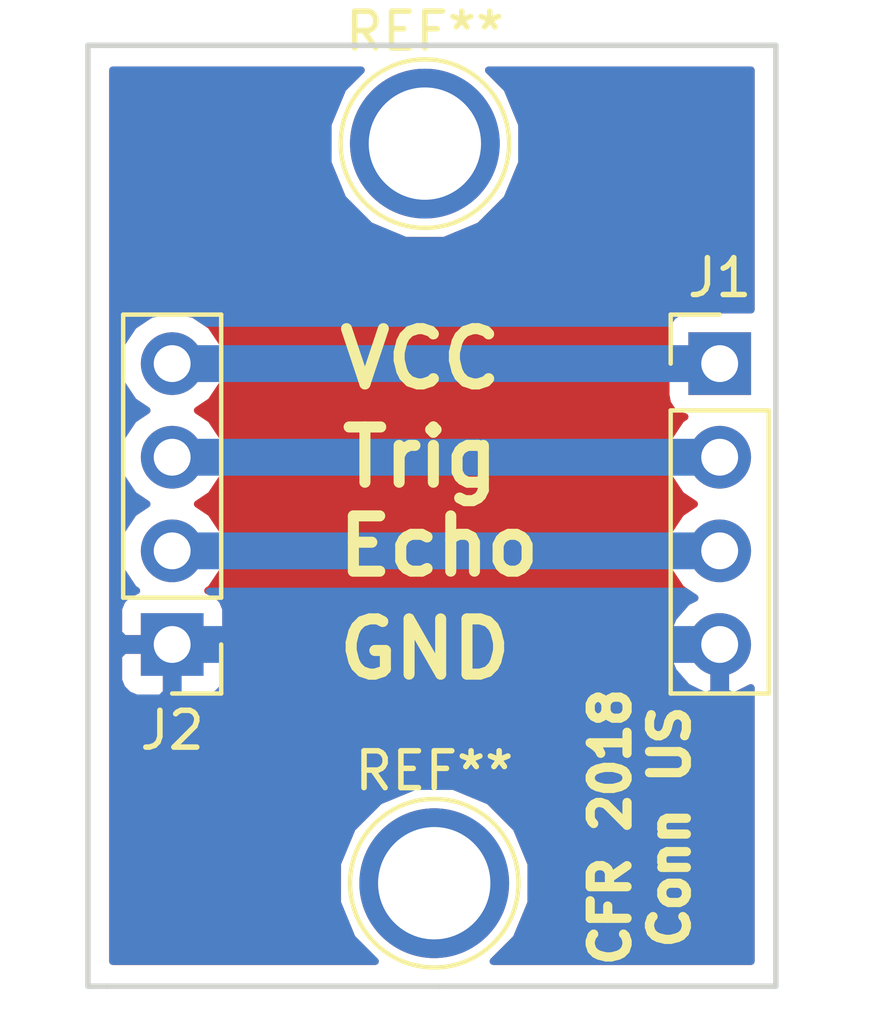
<source format=kicad_pcb>
(kicad_pcb (version 4) (host pcbnew 4.0.7)

  (general
    (links 4)
    (no_connects 0)
    (area 134.444381 84.496 158.79862 112.66)
    (thickness 1.6)
    (drawings 12)
    (tracks 4)
    (zones 0)
    (modules 4)
    (nets 5)
  )

  (page A4)
  (layers
    (0 F.Cu signal)
    (31 B.Cu signal)
    (32 B.Adhes user)
    (33 F.Adhes user)
    (34 B.Paste user)
    (35 F.Paste user)
    (36 B.SilkS user)
    (37 F.SilkS user)
    (38 B.Mask user)
    (39 F.Mask user)
    (40 Dwgs.User user)
    (41 Cmts.User user)
    (42 Eco1.User user)
    (43 Eco2.User user)
    (44 Edge.Cuts user)
    (45 Margin user)
    (46 B.CrtYd user)
    (47 F.CrtYd user)
    (48 B.Fab user)
    (49 F.Fab user)
  )

  (setup
    (last_trace_width 1)
    (trace_clearance 0.2)
    (zone_clearance 0.5)
    (zone_45_only no)
    (trace_min 0.2)
    (segment_width 0.2)
    (edge_width 0.15)
    (via_size 0.6)
    (via_drill 0.4)
    (via_min_size 0.4)
    (via_min_drill 0.3)
    (uvia_size 0.3)
    (uvia_drill 0.1)
    (uvias_allowed no)
    (uvia_min_size 0.2)
    (uvia_min_drill 0.1)
    (pcb_text_width 0.3)
    (pcb_text_size 1.5 1.5)
    (mod_edge_width 0.15)
    (mod_text_size 1 1)
    (mod_text_width 0.15)
    (pad_size 1.524 1.524)
    (pad_drill 0.762)
    (pad_to_mask_clearance 0.2)
    (aux_axis_origin 0 0)
    (visible_elements FFFFFF7F)
    (pcbplotparams
      (layerselection 0x01030_80000001)
      (usegerberextensions true)
      (excludeedgelayer true)
      (linewidth 0.100000)
      (plotframeref false)
      (viasonmask false)
      (mode 1)
      (useauxorigin false)
      (hpglpennumber 1)
      (hpglpenspeed 20)
      (hpglpendiameter 15)
      (hpglpenoverlay 2)
      (psnegative false)
      (psa4output false)
      (plotreference false)
      (plotvalue false)
      (plotinvisibletext false)
      (padsonsilk false)
      (subtractmaskfromsilk false)
      (outputformat 1)
      (mirror false)
      (drillshape 0)
      (scaleselection 1)
      (outputdirectory G:/ENSE3/A2/Robotique/Elec_design/Support_US/))
  )

  (net 0 "")
  (net 1 /Vcc)
  (net 2 /Trig)
  (net 3 /Echo)
  (net 4 /GND)

  (net_class Default "Ceci est la Netclass par défaut"
    (clearance 0.2)
    (trace_width 1)
    (via_dia 0.6)
    (via_drill 0.4)
    (uvia_dia 0.3)
    (uvia_drill 0.1)
    (add_net /Echo)
    (add_net /GND)
    (add_net /Trig)
    (add_net /Vcc)
  )

  (module Pin_Headers:Pin_Header_Straight_1x04_Pitch2.54mm (layer F.Cu) (tedit 59650532) (tstamp 5A9F0985)
    (at 154.051 94.488)
    (descr "Through hole straight pin header, 1x04, 2.54mm pitch, single row")
    (tags "Through hole pin header THT 1x04 2.54mm single row")
    (path /5A8484DC)
    (fp_text reference J1 (at 0 -2.33) (layer F.SilkS)
      (effects (font (size 1 1) (thickness 0.15)))
    )
    (fp_text value Conn_01x04 (at 0 9.95) (layer F.Fab)
      (effects (font (size 1 1) (thickness 0.15)))
    )
    (fp_line (start -0.635 -1.27) (end 1.27 -1.27) (layer F.Fab) (width 0.1))
    (fp_line (start 1.27 -1.27) (end 1.27 8.89) (layer F.Fab) (width 0.1))
    (fp_line (start 1.27 8.89) (end -1.27 8.89) (layer F.Fab) (width 0.1))
    (fp_line (start -1.27 8.89) (end -1.27 -0.635) (layer F.Fab) (width 0.1))
    (fp_line (start -1.27 -0.635) (end -0.635 -1.27) (layer F.Fab) (width 0.1))
    (fp_line (start -1.33 8.95) (end 1.33 8.95) (layer F.SilkS) (width 0.12))
    (fp_line (start -1.33 1.27) (end -1.33 8.95) (layer F.SilkS) (width 0.12))
    (fp_line (start 1.33 1.27) (end 1.33 8.95) (layer F.SilkS) (width 0.12))
    (fp_line (start -1.33 1.27) (end 1.33 1.27) (layer F.SilkS) (width 0.12))
    (fp_line (start -1.33 0) (end -1.33 -1.33) (layer F.SilkS) (width 0.12))
    (fp_line (start -1.33 -1.33) (end 0 -1.33) (layer F.SilkS) (width 0.12))
    (fp_line (start -1.8 -1.8) (end -1.8 9.4) (layer F.CrtYd) (width 0.05))
    (fp_line (start -1.8 9.4) (end 1.8 9.4) (layer F.CrtYd) (width 0.05))
    (fp_line (start 1.8 9.4) (end 1.8 -1.8) (layer F.CrtYd) (width 0.05))
    (fp_line (start 1.8 -1.8) (end -1.8 -1.8) (layer F.CrtYd) (width 0.05))
    (fp_text user %R (at 0 3.81 90) (layer F.Fab)
      (effects (font (size 1 1) (thickness 0.15)))
    )
    (pad 1 thru_hole rect (at 0 0) (size 1.7 1.7) (drill 1) (layers *.Cu *.Mask)
      (net 1 /Vcc))
    (pad 2 thru_hole oval (at 0 2.54) (size 1.7 1.7) (drill 1) (layers *.Cu *.Mask)
      (net 2 /Trig))
    (pad 3 thru_hole oval (at 0 5.08) (size 1.7 1.7) (drill 1) (layers *.Cu *.Mask)
      (net 3 /Echo))
    (pad 4 thru_hole oval (at 0 7.62) (size 1.7 1.7) (drill 1) (layers *.Cu *.Mask)
      (net 4 /GND))
    (model ${KISYS3DMOD}/Pin_Headers.3dshapes/Pin_Header_Straight_1x04_Pitch2.54mm.wrl
      (at (xyz 0 0 0))
      (scale (xyz 1 1 1))
      (rotate (xyz 0 0 0))
    )
  )

  (module Pin_Headers:Pin_Header_Straight_1x04_Pitch2.54mm (layer F.Cu) (tedit 59650532) (tstamp 5A9F098D)
    (at 139.192 102.108 180)
    (descr "Through hole straight pin header, 1x04, 2.54mm pitch, single row")
    (tags "Through hole pin header THT 1x04 2.54mm single row")
    (path /5A84844F)
    (fp_text reference J2 (at 0 -2.33 180) (layer F.SilkS)
      (effects (font (size 1 1) (thickness 0.15)))
    )
    (fp_text value Conn_01x04 (at 0 9.95 180) (layer F.Fab)
      (effects (font (size 1 1) (thickness 0.15)))
    )
    (fp_line (start -0.635 -1.27) (end 1.27 -1.27) (layer F.Fab) (width 0.1))
    (fp_line (start 1.27 -1.27) (end 1.27 8.89) (layer F.Fab) (width 0.1))
    (fp_line (start 1.27 8.89) (end -1.27 8.89) (layer F.Fab) (width 0.1))
    (fp_line (start -1.27 8.89) (end -1.27 -0.635) (layer F.Fab) (width 0.1))
    (fp_line (start -1.27 -0.635) (end -0.635 -1.27) (layer F.Fab) (width 0.1))
    (fp_line (start -1.33 8.95) (end 1.33 8.95) (layer F.SilkS) (width 0.12))
    (fp_line (start -1.33 1.27) (end -1.33 8.95) (layer F.SilkS) (width 0.12))
    (fp_line (start 1.33 1.27) (end 1.33 8.95) (layer F.SilkS) (width 0.12))
    (fp_line (start -1.33 1.27) (end 1.33 1.27) (layer F.SilkS) (width 0.12))
    (fp_line (start -1.33 0) (end -1.33 -1.33) (layer F.SilkS) (width 0.12))
    (fp_line (start -1.33 -1.33) (end 0 -1.33) (layer F.SilkS) (width 0.12))
    (fp_line (start -1.8 -1.8) (end -1.8 9.4) (layer F.CrtYd) (width 0.05))
    (fp_line (start -1.8 9.4) (end 1.8 9.4) (layer F.CrtYd) (width 0.05))
    (fp_line (start 1.8 9.4) (end 1.8 -1.8) (layer F.CrtYd) (width 0.05))
    (fp_line (start 1.8 -1.8) (end -1.8 -1.8) (layer F.CrtYd) (width 0.05))
    (fp_text user %R (at 0 3.81 270) (layer F.Fab)
      (effects (font (size 1 1) (thickness 0.15)))
    )
    (pad 1 thru_hole rect (at 0 0 180) (size 1.7 1.7) (drill 1) (layers *.Cu *.Mask)
      (net 4 /GND))
    (pad 2 thru_hole oval (at 0 2.54 180) (size 1.7 1.7) (drill 1) (layers *.Cu *.Mask)
      (net 3 /Echo))
    (pad 3 thru_hole oval (at 0 5.08 180) (size 1.7 1.7) (drill 1) (layers *.Cu *.Mask)
      (net 2 /Trig))
    (pad 4 thru_hole oval (at 0 7.62 180) (size 1.7 1.7) (drill 1) (layers *.Cu *.Mask)
      (net 1 /Vcc))
    (model ${KISYS3DMOD}/Pin_Headers.3dshapes/Pin_Header_Straight_1x04_Pitch2.54mm.wrl
      (at (xyz 0 0 0))
      (scale (xyz 1 1 1))
      (rotate (xyz 0 0 0))
    )
  )

  (module Connectors:1pin (layer F.Cu) (tedit 5861332C) (tstamp 5A9F099F)
    (at 146.05 88.519)
    (descr "module 1 pin (ou trou mecanique de percage)")
    (tags DEV)
    (fp_text reference REF** (at 0 -3.048) (layer F.SilkS)
      (effects (font (size 1 1) (thickness 0.15)))
    )
    (fp_text value 1pin (at 0 3) (layer F.Fab)
      (effects (font (size 1 1) (thickness 0.15)))
    )
    (fp_circle (center 0 0) (end 2 0.8) (layer F.Fab) (width 0.1))
    (fp_circle (center 0 0) (end 2.6 0) (layer F.CrtYd) (width 0.05))
    (fp_circle (center 0 0) (end 0 -2.286) (layer F.SilkS) (width 0.12))
    (pad 1 thru_hole circle (at 0 0) (size 4.064 4.064) (drill 3.048) (layers *.Cu *.Mask))
  )

  (module Connectors:1pin (layer F.Cu) (tedit 5861332C) (tstamp 5A9F09A7)
    (at 146.304 108.585)
    (descr "module 1 pin (ou trou mecanique de percage)")
    (tags DEV)
    (fp_text reference REF** (at 0 -3.048) (layer F.SilkS)
      (effects (font (size 1 1) (thickness 0.15)))
    )
    (fp_text value 1pin (at 0 3) (layer F.Fab)
      (effects (font (size 1 1) (thickness 0.15)))
    )
    (fp_circle (center 0 0) (end 2 0.8) (layer F.Fab) (width 0.1))
    (fp_circle (center 0 0) (end 2.6 0) (layer F.CrtYd) (width 0.05))
    (fp_circle (center 0 0) (end 0 -2.286) (layer F.SilkS) (width 0.12))
    (pad 1 thru_hole circle (at 0 0) (size 4.064 4.064) (drill 3.048) (layers *.Cu *.Mask))
  )

  (gr_line (start 136.906 111.379) (end 137.414 111.379) (angle 90) (layer Edge.Cuts) (width 0.15))
  (gr_line (start 136.906 85.852) (end 136.906 111.379) (angle 90) (layer Edge.Cuts) (width 0.15))
  (gr_line (start 137.414 85.852) (end 136.906 85.852) (angle 90) (layer Edge.Cuts) (width 0.15))
  (gr_text "CFR 2018\nConn US" (at 151.892 107.061 90) (layer F.SilkS)
    (effects (font (size 1 1) (thickness 0.25)))
  )
  (gr_line (start 137.414 111.379) (end 146.431 111.379) (angle 90) (layer Edge.Cuts) (width 0.15))
  (gr_line (start 155.575 85.852) (end 137.414 85.852) (angle 90) (layer Edge.Cuts) (width 0.15))
  (gr_line (start 155.575 111.379) (end 155.575 85.852) (angle 90) (layer Edge.Cuts) (width 0.15))
  (gr_line (start 146.431 111.379) (end 155.575 111.379) (angle 90) (layer Edge.Cuts) (width 0.15))
  (gr_text Echo (at 146.431 99.441) (layer F.SilkS)
    (effects (font (size 1.5 1.5) (thickness 0.3)))
  )
  (gr_text Trig (at 145.923 97.028) (layer F.SilkS)
    (effects (font (size 1.5 1.5) (thickness 0.3)))
  )
  (gr_text VCC (at 145.923 94.361) (layer F.SilkS)
    (effects (font (size 1.5 1.5) (thickness 0.3)))
  )
  (gr_text GND (at 146.05 102.235) (layer F.SilkS)
    (effects (font (size 1.5 1.5) (thickness 0.3)))
  )

  (segment (start 154.051 94.488) (end 139.192 94.488) (width 1) (layer B.Cu) (net 1) (status C00000))
  (segment (start 139.192 97.028) (end 154.051 97.028) (width 1) (layer B.Cu) (net 2) (status C00000))
  (segment (start 154.051 99.568) (end 139.192 99.568) (width 1) (layer B.Cu) (net 3) (status C00000))
  (segment (start 139.192 102.108) (end 154.051 102.108) (width 1) (layer B.Cu) (net 4) (status C00000))

  (zone (net 4) (net_name /GND) (layer B.Cu) (tstamp 5A9F0B58) (hatch edge 0.508)
    (connect_pads (clearance 0.5))
    (min_thickness 0.2)
    (fill yes (arc_segments 16) (thermal_gap 0.508) (thermal_bridge_width 0.508))
    (polygon
      (pts
        (xy 136.906 85.852) (xy 155.575 85.852) (xy 155.575 111.379) (xy 136.906 111.379)
      )
    )
    (filled_polygon
      (pts
        (xy 143.82 87.026145) (xy 143.418458 87.993166) (xy 143.417544 89.04024) (xy 143.817398 90.007961) (xy 144.557145 90.749)
        (xy 145.524166 91.150542) (xy 146.57124 91.151456) (xy 147.538961 90.751602) (xy 148.28 90.011855) (xy 148.681542 89.044834)
        (xy 148.682456 87.99776) (xy 148.282602 87.030039) (xy 147.78044 86.527) (xy 154.9 86.527) (xy 154.9 93.026246)
        (xy 153.201 93.026246) (xy 152.978654 93.068083) (xy 152.774442 93.19949) (xy 152.645638 93.388) (xy 140.133923 93.388)
        (xy 139.775298 93.148375) (xy 139.220407 93.038) (xy 139.163593 93.038) (xy 138.608702 93.148375) (xy 138.138288 93.462695)
        (xy 137.823968 93.933109) (xy 137.713593 94.488) (xy 137.823968 95.042891) (xy 138.138288 95.513305) (xy 138.504501 95.758)
        (xy 138.138288 96.002695) (xy 137.823968 96.473109) (xy 137.713593 97.028) (xy 137.823968 97.582891) (xy 138.138288 98.053305)
        (xy 138.504501 98.298) (xy 138.138288 98.542695) (xy 137.823968 99.013109) (xy 137.713593 99.568) (xy 137.823968 100.122891)
        (xy 138.138288 100.593305) (xy 138.223138 100.65) (xy 138.221061 100.65) (xy 137.997595 100.742563) (xy 137.826562 100.913596)
        (xy 137.734 101.137062) (xy 137.734 101.802) (xy 137.886 101.954) (xy 139.038 101.954) (xy 139.038 101.934)
        (xy 139.346 101.934) (xy 139.346 101.954) (xy 140.498 101.954) (xy 140.65 101.802) (xy 140.65 101.137062)
        (xy 140.557438 100.913596) (xy 140.386405 100.742563) (xy 140.206395 100.668) (xy 153.109077 100.668) (xy 153.376132 100.84644)
        (xy 153.162146 100.952259) (xy 152.787523 101.380384) (xy 152.643097 101.72909) (xy 152.754111 101.954) (xy 153.897 101.954)
        (xy 153.897 101.934) (xy 154.205 101.934) (xy 154.205 101.954) (xy 154.225 101.954) (xy 154.225 102.262)
        (xy 154.205 102.262) (xy 154.205 103.405856) (xy 154.429911 103.515915) (xy 154.9 103.283449) (xy 154.9 110.704)
        (xy 147.906761 110.704) (xy 148.534 110.077855) (xy 148.935542 109.110834) (xy 148.936456 108.06376) (xy 148.536602 107.096039)
        (xy 147.796855 106.355) (xy 146.829834 105.953458) (xy 145.78276 105.952544) (xy 144.815039 106.352398) (xy 144.074 107.092145)
        (xy 143.672458 108.059166) (xy 143.671544 109.10624) (xy 144.071398 110.073961) (xy 144.700339 110.704) (xy 137.581 110.704)
        (xy 137.581 102.414) (xy 137.734 102.414) (xy 137.734 103.078938) (xy 137.826562 103.302404) (xy 137.997595 103.473437)
        (xy 138.221061 103.566) (xy 138.886 103.566) (xy 139.038 103.414) (xy 139.038 102.262) (xy 139.346 102.262)
        (xy 139.346 103.414) (xy 139.498 103.566) (xy 140.162939 103.566) (xy 140.386405 103.473437) (xy 140.557438 103.302404)
        (xy 140.65 103.078938) (xy 140.65 102.48691) (xy 152.643097 102.48691) (xy 152.787523 102.835616) (xy 153.162146 103.263741)
        (xy 153.672089 103.515915) (xy 153.897 103.405856) (xy 153.897 102.262) (xy 152.754111 102.262) (xy 152.643097 102.48691)
        (xy 140.65 102.48691) (xy 140.65 102.414) (xy 140.498 102.262) (xy 139.346 102.262) (xy 139.038 102.262)
        (xy 137.886 102.262) (xy 137.734 102.414) (xy 137.581 102.414) (xy 137.581 86.527) (xy 144.320017 86.527)
      )
    )
  )
  (zone (net 4) (net_name /GND) (layer F.Cu) (tstamp 5A9F0B8B) (hatch edge 0.508)
    (connect_pads (clearance 0.5))
    (min_thickness 0.2)
    (fill yes (arc_segments 16) (thermal_gap 0.508) (thermal_bridge_width 0.508))
    (polygon
      (pts
        (xy 155.575 111.379) (xy 136.906 111.379) (xy 136.906 85.852) (xy 155.575 85.852)
      )
    )
    (filled_polygon
      (pts
        (xy 143.82 87.026145) (xy 143.418458 87.993166) (xy 143.417544 89.04024) (xy 143.817398 90.007961) (xy 144.557145 90.749)
        (xy 145.524166 91.150542) (xy 146.57124 91.151456) (xy 147.538961 90.751602) (xy 148.28 90.011855) (xy 148.681542 89.044834)
        (xy 148.682456 87.99776) (xy 148.282602 87.030039) (xy 147.78044 86.527) (xy 154.9 86.527) (xy 154.9 93.026246)
        (xy 153.201 93.026246) (xy 152.978654 93.068083) (xy 152.774442 93.19949) (xy 152.637444 93.399993) (xy 152.589246 93.638)
        (xy 152.589246 95.338) (xy 152.631083 95.560346) (xy 152.76249 95.764558) (xy 152.962993 95.901556) (xy 153.105472 95.930409)
        (xy 152.997288 96.002695) (xy 152.682968 96.473109) (xy 152.572593 97.028) (xy 152.682968 97.582891) (xy 152.997288 98.053305)
        (xy 153.363501 98.298) (xy 152.997288 98.542695) (xy 152.682968 99.013109) (xy 152.572593 99.568) (xy 152.682968 100.122891)
        (xy 152.997288 100.593305) (xy 153.376132 100.84644) (xy 153.162146 100.952259) (xy 152.787523 101.380384) (xy 152.643097 101.72909)
        (xy 152.754111 101.954) (xy 153.897 101.954) (xy 153.897 101.934) (xy 154.205 101.934) (xy 154.205 101.954)
        (xy 154.225 101.954) (xy 154.225 102.262) (xy 154.205 102.262) (xy 154.205 103.405856) (xy 154.429911 103.515915)
        (xy 154.9 103.283449) (xy 154.9 110.704) (xy 147.906761 110.704) (xy 148.534 110.077855) (xy 148.935542 109.110834)
        (xy 148.936456 108.06376) (xy 148.536602 107.096039) (xy 147.796855 106.355) (xy 146.829834 105.953458) (xy 145.78276 105.952544)
        (xy 144.815039 106.352398) (xy 144.074 107.092145) (xy 143.672458 108.059166) (xy 143.671544 109.10624) (xy 144.071398 110.073961)
        (xy 144.700339 110.704) (xy 137.581 110.704) (xy 137.581 102.414) (xy 137.734 102.414) (xy 137.734 103.078938)
        (xy 137.826562 103.302404) (xy 137.997595 103.473437) (xy 138.221061 103.566) (xy 138.886 103.566) (xy 139.038 103.414)
        (xy 139.038 102.262) (xy 139.346 102.262) (xy 139.346 103.414) (xy 139.498 103.566) (xy 140.162939 103.566)
        (xy 140.386405 103.473437) (xy 140.557438 103.302404) (xy 140.65 103.078938) (xy 140.65 102.48691) (xy 152.643097 102.48691)
        (xy 152.787523 102.835616) (xy 153.162146 103.263741) (xy 153.672089 103.515915) (xy 153.897 103.405856) (xy 153.897 102.262)
        (xy 152.754111 102.262) (xy 152.643097 102.48691) (xy 140.65 102.48691) (xy 140.65 102.414) (xy 140.498 102.262)
        (xy 139.346 102.262) (xy 139.038 102.262) (xy 137.886 102.262) (xy 137.734 102.414) (xy 137.581 102.414)
        (xy 137.581 94.488) (xy 137.713593 94.488) (xy 137.823968 95.042891) (xy 138.138288 95.513305) (xy 138.504501 95.758)
        (xy 138.138288 96.002695) (xy 137.823968 96.473109) (xy 137.713593 97.028) (xy 137.823968 97.582891) (xy 138.138288 98.053305)
        (xy 138.504501 98.298) (xy 138.138288 98.542695) (xy 137.823968 99.013109) (xy 137.713593 99.568) (xy 137.823968 100.122891)
        (xy 138.138288 100.593305) (xy 138.223138 100.65) (xy 138.221061 100.65) (xy 137.997595 100.742563) (xy 137.826562 100.913596)
        (xy 137.734 101.137062) (xy 137.734 101.802) (xy 137.886 101.954) (xy 139.038 101.954) (xy 139.038 101.934)
        (xy 139.346 101.934) (xy 139.346 101.954) (xy 140.498 101.954) (xy 140.65 101.802) (xy 140.65 101.137062)
        (xy 140.557438 100.913596) (xy 140.386405 100.742563) (xy 140.162939 100.65) (xy 140.160862 100.65) (xy 140.245712 100.593305)
        (xy 140.560032 100.122891) (xy 140.670407 99.568) (xy 140.560032 99.013109) (xy 140.245712 98.542695) (xy 139.879499 98.298)
        (xy 140.245712 98.053305) (xy 140.560032 97.582891) (xy 140.670407 97.028) (xy 140.560032 96.473109) (xy 140.245712 96.002695)
        (xy 139.879499 95.758) (xy 140.245712 95.513305) (xy 140.560032 95.042891) (xy 140.670407 94.488) (xy 140.560032 93.933109)
        (xy 140.245712 93.462695) (xy 139.775298 93.148375) (xy 139.220407 93.038) (xy 139.163593 93.038) (xy 138.608702 93.148375)
        (xy 138.138288 93.462695) (xy 137.823968 93.933109) (xy 137.713593 94.488) (xy 137.581 94.488) (xy 137.581 86.527)
        (xy 144.320017 86.527)
      )
    )
  )
)

</source>
